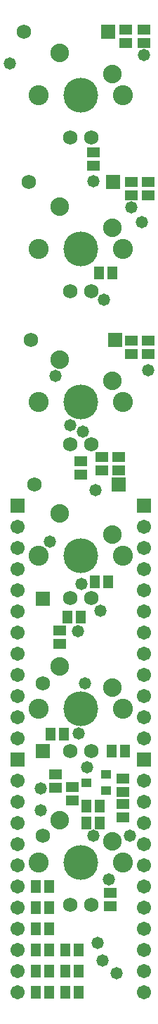
<source format=gts>
%FSLAX25Y25*%
%MOIN*%
G70*
G01*
G75*
G04 Layer_Color=8388736*
%ADD10R,0.03937X0.05118*%
%ADD11R,0.05118X0.03937*%
%ADD12R,0.04331X0.03543*%
%ADD13C,0.00800*%
%ADD14C,0.01200*%
%ADD15C,0.06000*%
%ADD16C,0.08700*%
%ADD17C,0.15700*%
%ADD18C,0.08000*%
%ADD19C,0.05906*%
%ADD20R,0.05906X0.05906*%
%ADD21R,0.06000X0.06000*%
%ADD22R,0.06000X0.06000*%
%ADD23C,0.05000*%
%ADD24C,0.01000*%
%ADD25C,0.00984*%
%ADD26C,0.00787*%
%ADD27C,0.02500*%
%ADD28C,0.00600*%
%ADD29R,0.04737X0.05918*%
%ADD30R,0.05918X0.04737*%
%ADD31R,0.05131X0.04343*%
%ADD32C,0.06800*%
%ADD33C,0.09500*%
%ADD34C,0.16500*%
%ADD35C,0.08800*%
%ADD36C,0.06706*%
%ADD37R,0.06706X0.06706*%
%ADD38R,0.06800X0.06800*%
%ADD39R,0.06800X0.06800*%
%ADD40C,0.05800*%
D29*
X254850Y424000D02*
D03*
X261150D02*
D03*
X249150Y398000D02*
D03*
X242850D02*
D03*
X225150Y320000D02*
D03*
X218850D02*
D03*
X232850Y330000D02*
D03*
X239150D02*
D03*
X225150D02*
D03*
X218850D02*
D03*
X225150Y340000D02*
D03*
X218850D02*
D03*
X225150Y350000D02*
D03*
X218850D02*
D03*
X225150Y360000D02*
D03*
X218850D02*
D03*
X232850Y320000D02*
D03*
X239150D02*
D03*
X232850Y310000D02*
D03*
X239150D02*
D03*
X225150D02*
D03*
X218850D02*
D03*
X249150Y390000D02*
D03*
X242850D02*
D03*
X240150Y487500D02*
D03*
X233850D02*
D03*
X246850Y504000D02*
D03*
X253150D02*
D03*
X248850Y650000D02*
D03*
X255150D02*
D03*
X232000Y432000D02*
D03*
X225701D02*
D03*
D30*
X260000Y411150D02*
D03*
Y404850D02*
D03*
X254000Y350850D02*
D03*
Y357150D02*
D03*
X260000Y399150D02*
D03*
Y392850D02*
D03*
X236000Y400850D02*
D03*
Y407150D02*
D03*
X230000Y474850D02*
D03*
Y481150D02*
D03*
X258000Y563150D02*
D03*
Y556850D02*
D03*
X240000Y561150D02*
D03*
Y554850D02*
D03*
X272000Y611850D02*
D03*
Y618150D02*
D03*
X264000Y611850D02*
D03*
Y618150D02*
D03*
X272000Y686850D02*
D03*
Y693150D02*
D03*
X264000Y686850D02*
D03*
Y693150D02*
D03*
X246000Y707150D02*
D03*
Y700850D02*
D03*
X270000Y758850D02*
D03*
Y765150D02*
D03*
X261500Y758850D02*
D03*
Y765150D02*
D03*
X228000Y413150D02*
D03*
Y406850D02*
D03*
X250000Y563150D02*
D03*
Y556850D02*
D03*
D31*
X242709Y409240D02*
D03*
X252000Y412980D02*
D03*
Y405500D02*
D03*
D32*
X245250Y714000D02*
D03*
X235250D02*
D03*
X245250Y424000D02*
D03*
X235250D02*
D03*
X245250Y351500D02*
D03*
X235250D02*
D03*
X222000Y384000D02*
D03*
Y456000D02*
D03*
X218000Y550000D02*
D03*
X216500Y618500D02*
D03*
X215500Y693000D02*
D03*
X213000Y764000D02*
D03*
X245250Y641500D02*
D03*
X235250D02*
D03*
X245250Y569000D02*
D03*
X235250D02*
D03*
X245250Y496500D02*
D03*
X235250D02*
D03*
D33*
X220250Y734000D02*
D03*
X260250D02*
D03*
X220250Y444000D02*
D03*
X260250D02*
D03*
X220250Y371500D02*
D03*
X260250D02*
D03*
X220250Y661500D02*
D03*
X260250D02*
D03*
X220250Y589000D02*
D03*
X260250D02*
D03*
X220250Y516500D02*
D03*
X260250D02*
D03*
D34*
X240250Y734000D02*
D03*
Y444000D02*
D03*
Y371500D02*
D03*
Y661500D02*
D03*
Y589000D02*
D03*
Y516500D02*
D03*
D35*
X230250Y754000D02*
D03*
X255250Y744000D02*
D03*
X230250Y464000D02*
D03*
X255250Y454000D02*
D03*
X230250Y391500D02*
D03*
X255250Y381500D02*
D03*
X230250Y681500D02*
D03*
X255250Y671500D02*
D03*
X230250Y609000D02*
D03*
X255250Y599000D02*
D03*
X230250Y536500D02*
D03*
X255250Y526500D02*
D03*
D36*
X270000Y410000D02*
D03*
Y400000D02*
D03*
Y390000D02*
D03*
Y380000D02*
D03*
Y370000D02*
D03*
Y360000D02*
D03*
Y350000D02*
D03*
Y340000D02*
D03*
Y330000D02*
D03*
Y320000D02*
D03*
Y310000D02*
D03*
X210000D02*
D03*
Y320000D02*
D03*
Y330000D02*
D03*
Y340000D02*
D03*
Y350000D02*
D03*
Y360000D02*
D03*
Y370000D02*
D03*
Y380000D02*
D03*
Y390000D02*
D03*
Y400000D02*
D03*
Y410000D02*
D03*
X270000Y430000D02*
D03*
Y440000D02*
D03*
Y450000D02*
D03*
Y460000D02*
D03*
Y470000D02*
D03*
Y480000D02*
D03*
Y490000D02*
D03*
Y500000D02*
D03*
Y510000D02*
D03*
Y520000D02*
D03*
Y530000D02*
D03*
X210000Y430000D02*
D03*
Y440000D02*
D03*
Y450000D02*
D03*
Y460000D02*
D03*
Y470000D02*
D03*
Y480000D02*
D03*
Y490000D02*
D03*
Y500000D02*
D03*
Y510000D02*
D03*
Y520000D02*
D03*
Y530000D02*
D03*
D37*
X270000Y420000D02*
D03*
X210000D02*
D03*
X270000Y540000D02*
D03*
X210000D02*
D03*
D38*
X222000Y424000D02*
D03*
Y496000D02*
D03*
D39*
X258000Y550000D02*
D03*
X256500Y618500D02*
D03*
X255500Y693000D02*
D03*
X253000Y764000D02*
D03*
D40*
X206500Y749000D02*
D03*
X269000Y674000D02*
D03*
X264000Y681000D02*
D03*
X228000Y601500D02*
D03*
X225500Y523000D02*
D03*
X272000Y604000D02*
D03*
X235000Y578000D02*
D03*
X241000Y575000D02*
D03*
X242000Y456000D02*
D03*
X240500Y503000D02*
D03*
X239000Y432500D02*
D03*
X238850Y480850D02*
D03*
X270000Y753000D02*
D03*
X221000Y396000D02*
D03*
Y406500D02*
D03*
X249500Y490500D02*
D03*
X263500Y384000D02*
D03*
X243000Y416500D02*
D03*
X247000Y547500D02*
D03*
X251000Y637500D02*
D03*
X246000Y693500D02*
D03*
X253500Y363500D02*
D03*
X257000Y319000D02*
D03*
X250500Y325000D02*
D03*
X248000Y333500D02*
D03*
X246000Y384000D02*
D03*
M02*

</source>
